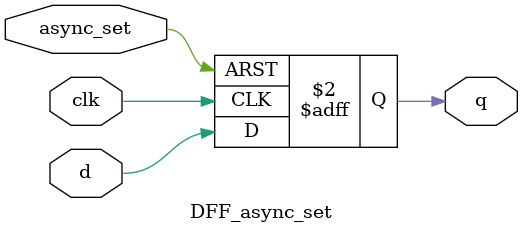
<source format=v>
`timescale 1ns / 1ps
module DFF_async_set(clk,
                     async_set,
                     d,
                     q);
input clk;
input async_set;
input d;
output reg q;

always@(posedge clk, posedge async_set)begin
    if(async_set)
        q <= 1'b1;
    else
        q <= d;    
end

endmodule

</source>
